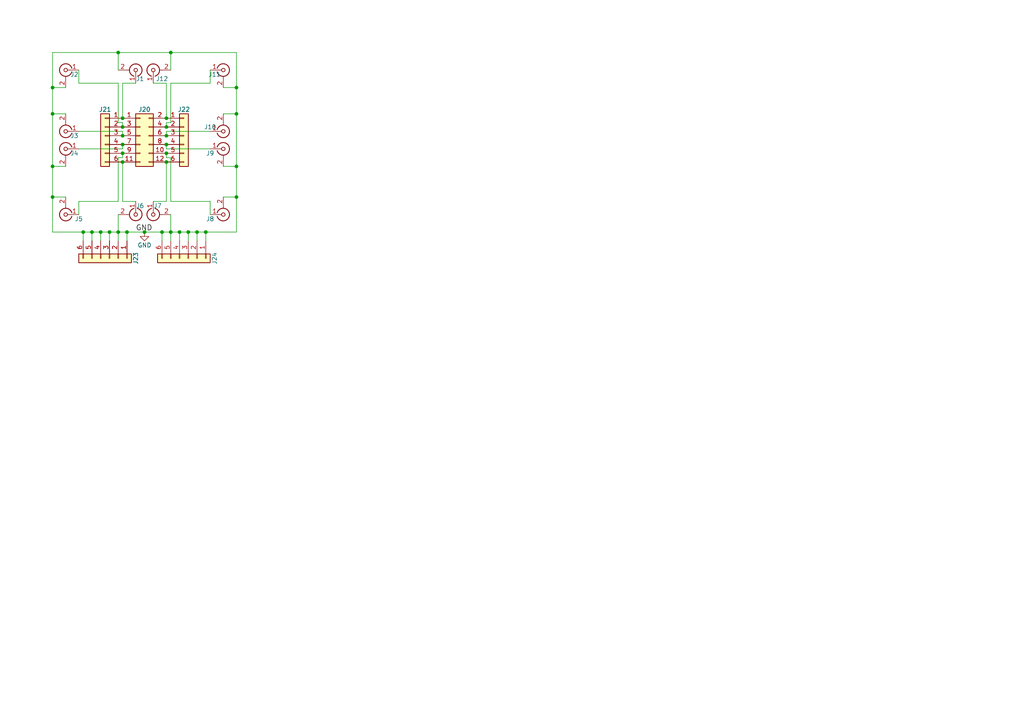
<source format=kicad_sch>
(kicad_sch (version 20230121) (generator eeschema)
  (paper "A4")
  (lib_symbols
    (symbol "50x50_2x6_to_sma-rescue:Conn_01x06" (pin_names (offset 1.016) hide)
      (property "Reference" "J" (at 0 7.62 0))
      (property "Value" "Conn_01x06" (at 0 -10.16 0))
      (symbol "Conn_01x06_1_1"
        (rectangle (start -1.27 -7.493) (end 0 -7.747) (stroke (width 0.1524)))
        (rectangle (start -1.27 -4.953) (end 0 -5.207) (stroke (width 0.1524)))
        (rectangle (start -1.27 -2.413) (end 0 -2.667) (stroke (width 0.1524)))
        (rectangle (start -1.27 0.127) (end 0 -0.127) (stroke (width 0.1524)))
        (rectangle (start -1.27 2.667) (end 0 2.413) (stroke (width 0.1524)))
        (rectangle (start -1.27 5.207) (end 0 4.953) (stroke (width 0.1524)))
        (rectangle (start -1.27 6.35) (end 1.27 -8.89) (stroke (width 0.254)) (fill (type background)))
        (pin passive line (at -5.08 5.08 0) (length 3.81) (name "Pin_1") (number "1"))
        (pin passive line (at -5.08 2.54 0) (length 3.81) (name "Pin_2") (number "2"))
        (pin passive line (at -5.08 0 0) (length 3.81) (name "Pin_3") (number "3"))
        (pin passive line (at -5.08 -2.54 0) (length 3.81) (name "Pin_4") (number "4"))
        (pin passive line (at -5.08 -5.08 0) (length 3.81) (name "Pin_5") (number "5"))
        (pin passive line (at -5.08 -7.62 0) (length 3.81) (name "Pin_6") (number "6"))
      )
    )
    (symbol "50x50_2x6_to_sma-rescue:Conn_02x06_Odd_Even" (pin_names (offset 1.016) hide)
      (property "Reference" "J" (at 1.27 7.62 0))
      (property "Value" "Conn_02x06_Odd_Even" (at 1.27 -10.16 0))
      (symbol "Conn_02x06_Odd_Even_1_1"
        (rectangle (start -1.27 -7.493) (end 0 -7.747) (stroke (width 0.1524)))
        (rectangle (start -1.27 -4.953) (end 0 -5.207) (stroke (width 0.1524)))
        (rectangle (start -1.27 -2.413) (end 0 -2.667) (stroke (width 0.1524)))
        (rectangle (start -1.27 0.127) (end 0 -0.127) (stroke (width 0.1524)))
        (rectangle (start -1.27 2.667) (end 0 2.413) (stroke (width 0.1524)))
        (rectangle (start -1.27 5.207) (end 0 4.953) (stroke (width 0.1524)))
        (rectangle (start -1.27 6.35) (end 3.81 -8.89) (stroke (width 0.254)) (fill (type background)))
        (rectangle (start 3.81 -7.493) (end 2.54 -7.747) (stroke (width 0.1524)))
        (rectangle (start 3.81 -4.953) (end 2.54 -5.207) (stroke (width 0.1524)))
        (rectangle (start 3.81 -2.413) (end 2.54 -2.667) (stroke (width 0.1524)))
        (rectangle (start 3.81 0.127) (end 2.54 -0.127) (stroke (width 0.1524)))
        (rectangle (start 3.81 2.667) (end 2.54 2.413) (stroke (width 0.1524)))
        (rectangle (start 3.81 5.207) (end 2.54 4.953) (stroke (width 0.1524)))
        (pin passive line (at -5.08 5.08 0) (length 3.81) (name "Pin_1") (number "1"))
        (pin passive line (at 7.62 -5.08 180) (length 3.81) (name "Pin_10") (number "10"))
        (pin passive line (at -5.08 -7.62 0) (length 3.81) (name "Pin_11") (number "11"))
        (pin passive line (at 7.62 -7.62 180) (length 3.81) (name "Pin_12") (number "12"))
        (pin passive line (at 7.62 5.08 180) (length 3.81) (name "Pin_2") (number "2"))
        (pin passive line (at -5.08 2.54 0) (length 3.81) (name "Pin_3") (number "3"))
        (pin passive line (at 7.62 2.54 180) (length 3.81) (name "Pin_4") (number "4"))
        (pin passive line (at -5.08 0 0) (length 3.81) (name "Pin_5") (number "5"))
        (pin passive line (at 7.62 0 180) (length 3.81) (name "Pin_6") (number "6"))
        (pin passive line (at -5.08 -2.54 0) (length 3.81) (name "Pin_7") (number "7"))
        (pin passive line (at 7.62 -2.54 180) (length 3.81) (name "Pin_8") (number "8"))
        (pin passive line (at -5.08 -5.08 0) (length 3.81) (name "Pin_9") (number "9"))
      )
    )
    (symbol "50x50_2x6_to_sma-rescue:Conn_Coaxial" (pin_names (offset 1.016) hide)
      (property "Reference" "J" (at 0.254 3.048 0))
      (property "Value" "Conn_Coaxial" (at 2.921 0 90))
      (symbol "Conn_Coaxial_0_1"
        (arc (start -1.778 -0.508) (mid 0.2311 -1.8066) (end 1.778 0) (stroke (width 0.254)))
        (polyline (pts (xy -1.27 0) (xy -0.508 0)))
        (polyline (pts (xy 0 -2.54) (xy 0 -1.778)))
        (circle (center 0 0) (radius 0.508) (stroke (width 0.2032)))
        (arc (start 1.778 0) (mid 0.2099 1.8101) (end -1.778 0.508) (stroke (width 0.254)))
      )
      (symbol "Conn_Coaxial_1_1"
        (pin passive line (at -3.81 0 0) (length 2.54) (name "In") (number "1"))
        (pin passive line (at 0 -5.08 90) (length 2.54) (name "Ext") (number "2"))
      )
    )
    (symbol "50x50_2x6_to_sma-rescue:GND" (power) (pin_names (offset 0))
      (property "Value" "GND" (at 0 -3.81 0))
      (symbol "GND_0_1"
        (polyline (pts (xy 0 0) (xy 0 -1.27) (xy 1.27 -1.27) (xy 0 -2.54) (xy -1.27 -1.27) (xy 0 -1.27)))
      )
      (symbol "GND_1_1"
        (pin power_in line (at 0 0 270) (length 0) hide (name "GND") (number "1"))
      )
    )
  )
  (junction (at 15.24 48.26))
  (junction (at 29.21 67.31))
  (junction (at 35.56 44.45))
  (junction (at 26.67 67.31))
  (junction (at 68.58 57.15))
  (junction (at 31.75 67.31))
  (junction (at 35.56 39.37))
  (junction (at 15.24 25.4))
  (junction (at 68.58 33.02))
  (junction (at 35.56 46.99))
  (junction (at 34.29 15.24))
  (junction (at 59.69 67.31))
  (junction (at 15.24 57.15))
  (junction (at 48.26 44.45))
  (junction (at 48.26 34.29))
  (junction (at 46.99 67.31))
  (junction (at 52.07 67.31))
  (junction (at 24.13 67.31))
  (junction (at 35.56 36.83))
  (junction (at 68.58 25.4))
  (junction (at 49.53 15.24))
  (junction (at 35.56 41.91))
  (junction (at 54.61 67.31))
  (junction (at 48.26 46.99))
  (junction (at 48.26 36.83))
  (junction (at 36.83 67.31))
  (junction (at 15.24 33.02))
  (junction (at 35.56 34.29))
  (junction (at 41.91 67.31))
  (junction (at 48.26 41.91))
  (junction (at 34.29 67.31))
  (junction (at 48.26 39.37))
  (junction (at 68.58 48.26))
  (junction (at 49.53 67.31))
  (junction (at 57.15 67.31))
  (wire (pts (xy 34.29 20.32) (xy 34.29 15.24)))
  (wire (pts (xy 48.26 45.72) (xy 48.26 44.45)))
  (wire (pts (xy 36.83 69.85) (xy 36.83 67.31)))
  (wire (pts (xy 31.75 69.85) (xy 31.75 67.31)))
  (wire (pts (xy 48.26 35.56) (xy 48.26 36.83)))
  (wire (pts (xy 34.29 67.31) (xy 36.83 67.31)))
  (wire (pts (xy 60.96 43.18) (xy 48.26 43.18)))
  (wire (pts (xy 48.26 38.1) (xy 48.26 39.37)))
  (wire (pts (xy 49.53 67.31) (xy 52.07 67.31)))
  (wire (pts (xy 54.61 69.85) (xy 54.61 67.31)))
  (wire (pts (xy 48.26 58.42) (xy 44.45 58.42)))
  (wire (pts (xy 60.96 24.13) (xy 49.53 24.13)))
  (wire (pts (xy 22.86 58.42) (xy 34.29 58.42)))
  (wire (pts (xy 34.29 45.72) (xy 35.56 45.72)))
  (wire (pts (xy 48.26 24.13) (xy 48.26 34.29)))
  (wire (pts (xy 22.86 38.1) (xy 35.56 38.1)))
  (wire (pts (xy 68.58 33.02) (xy 68.58 25.4)))
  (wire (pts (xy 68.58 15.24) (xy 49.53 15.24)))
  (wire (pts (xy 59.69 69.85) (xy 59.69 67.31)))
  (wire (pts (xy 49.53 15.24) (xy 34.29 15.24)))
  (wire (pts (xy 49.53 35.56) (xy 48.26 35.56)))
  (wire (pts (xy 59.69 67.31) (xy 68.58 67.31)))
  (wire (pts (xy 68.58 25.4) (xy 68.58 15.24)))
  (wire (pts (xy 39.37 58.42) (xy 35.56 58.42)))
  (wire (pts (xy 60.96 38.1) (xy 48.26 38.1)))
  (wire (pts (xy 34.29 58.42) (xy 34.29 45.72)))
  (wire (pts (xy 48.26 46.99) (xy 48.26 58.42)))
  (wire (pts (xy 52.07 69.85) (xy 52.07 67.31)))
  (wire (pts (xy 15.24 57.15) (xy 15.24 67.31)))
  (wire (pts (xy 36.83 67.31) (xy 41.91 67.31)))
  (wire (pts (xy 19.05 48.26) (xy 15.24 48.26)))
  (wire (pts (xy 26.67 69.85) (xy 26.67 67.31)))
  (wire (pts (xy 19.05 25.4) (xy 15.24 25.4)))
  (wire (pts (xy 15.24 33.02) (xy 15.24 48.26)))
  (wire (pts (xy 34.29 62.23) (xy 34.29 67.31)))
  (wire (pts (xy 44.45 24.13) (xy 48.26 24.13)))
  (wire (pts (xy 68.58 57.15) (xy 68.58 48.26)))
  (wire (pts (xy 35.56 35.56) (xy 35.56 36.83)))
  (wire (pts (xy 35.56 38.1) (xy 35.56 39.37)))
  (wire (pts (xy 54.61 67.31) (xy 57.15 67.31)))
  (wire (pts (xy 26.67 67.31) (xy 29.21 67.31)))
  (wire (pts (xy 64.77 25.4) (xy 68.58 25.4)))
  (wire (pts (xy 49.53 62.23) (xy 49.53 67.31)))
  (wire (pts (xy 49.53 20.32) (xy 49.53 15.24)))
  (wire (pts (xy 19.05 33.02) (xy 15.24 33.02)))
  (wire (pts (xy 68.58 48.26) (xy 68.58 33.02)))
  (wire (pts (xy 60.96 58.42) (xy 60.96 62.23)))
  (wire (pts (xy 35.56 24.13) (xy 35.56 34.29)))
  (wire (pts (xy 49.53 67.31) (xy 49.53 69.85)))
  (wire (pts (xy 29.21 67.31) (xy 31.75 67.31)))
  (wire (pts (xy 49.53 58.42) (xy 49.53 45.72)))
  (wire (pts (xy 39.37 24.13) (xy 35.56 24.13)))
  (wire (pts (xy 60.96 20.32) (xy 60.96 24.13)))
  (wire (pts (xy 22.86 62.23) (xy 22.86 58.42)))
  (wire (pts (xy 19.05 57.15) (xy 15.24 57.15)))
  (wire (pts (xy 22.86 24.13) (xy 34.29 24.13)))
  (wire (pts (xy 64.77 57.15) (xy 68.58 57.15)))
  (wire (pts (xy 34.29 67.31) (xy 34.29 69.85)))
  (wire (pts (xy 52.07 67.31) (xy 54.61 67.31)))
  (wire (pts (xy 57.15 67.31) (xy 59.69 67.31)))
  (wire (pts (xy 35.56 45.72) (xy 35.56 44.45)))
  (wire (pts (xy 57.15 69.85) (xy 57.15 67.31)))
  (wire (pts (xy 34.29 24.13) (xy 34.29 35.56)))
  (wire (pts (xy 64.77 48.26) (xy 68.58 48.26)))
  (wire (pts (xy 64.77 33.02) (xy 68.58 33.02)))
  (wire (pts (xy 34.29 35.56) (xy 35.56 35.56)))
  (wire (pts (xy 29.21 69.85) (xy 29.21 67.31)))
  (wire (pts (xy 46.99 67.31) (xy 49.53 67.31)))
  (wire (pts (xy 24.13 67.31) (xy 26.67 67.31)))
  (wire (pts (xy 34.29 15.24) (xy 15.24 15.24)))
  (wire (pts (xy 31.75 67.31) (xy 34.29 67.31)))
  (wire (pts (xy 35.56 58.42) (xy 35.56 46.99)))
  (wire (pts (xy 68.58 67.31) (xy 68.58 57.15)))
  (wire (pts (xy 15.24 67.31) (xy 24.13 67.31)))
  (wire (pts (xy 24.13 69.85) (xy 24.13 67.31)))
  (wire (pts (xy 22.86 20.32) (xy 22.86 24.13)))
  (wire (pts (xy 41.91 67.31) (xy 46.99 67.31)))
  (wire (pts (xy 46.99 69.85) (xy 46.99 67.31)))
  (wire (pts (xy 35.56 43.18) (xy 35.56 41.91)))
  (wire (pts (xy 48.26 43.18) (xy 48.26 41.91)))
  (wire (pts (xy 49.53 45.72) (xy 48.26 45.72)))
  (wire (pts (xy 49.53 58.42) (xy 60.96 58.42)))
  (wire (pts (xy 49.53 24.13) (xy 49.53 35.56)))
  (wire (pts (xy 15.24 48.26) (xy 15.24 57.15)))
  (wire (pts (xy 15.24 25.4) (xy 15.24 33.02)))
  (wire (pts (xy 15.24 15.24) (xy 15.24 25.4)))
  (wire (pts (xy 22.86 43.18) (xy 35.56 43.18)))
  (label "GND" (at 39.37 67.31 0) (effects (font (size 1.524 1.524))))
  (symbol (lib_id "50x50_2x6_to_sma-rescue:Conn_02x06_Odd_Even") (at 40.64 39.37 0) (unit 1)
    (property "Reference" "J20" (at 41.91 31.75 0))
    (property "Value" "Conn_02x06_Counter_Clockwise" (effects hide))
    (property "Footprint" "Pin_Headers:Pin_Header_Straight_2x06_Pitch2.54mm" (effects hide))
  )
  (symbol (lib_id "50x50_2x6_to_sma-rescue:Conn_01x06") (at 30.48 39.37 0) (mirror y) (unit 1)
    (property "Reference" "J21" (at 30.48 31.75 0))
    (property "Value" "Conn_01x06" (effects hide))
    (property "Footprint" "Pin_Headers:Pin_Header_Straight_1x06_Pitch2.54mm" (effects hide))
  )
  (symbol (lib_id "50x50_2x6_to_sma-rescue:Conn_01x06") (at 53.34 39.37 0) (unit 1)
    (property "Reference" "J22" (at 53.34 31.75 0))
    (property "Value" "Conn_01x06" (effects hide))
    (property "Footprint" "Pin_Headers:Pin_Header_Straight_1x06_Pitch2.54mm" (effects hide))
  )
  (symbol (lib_id "50x50_2x6_to_sma-rescue:Conn_Coaxial") (at 19.05 20.32 0) (mirror y) (unit 1)
    (property "Reference" "J2" (at 21.59 21.59 0))
    (property "Value" "Conn_Coaxial" (effects hide))
    (property "Footprint" "Connectors:SMA_Board_Edge" (effects hide))
  )
  (symbol (lib_id "50x50_2x6_to_sma-rescue:Conn_Coaxial") (at 64.77 20.32 0) (unit 1)
    (property "Reference" "J11" (at 62.23 21.59 0))
    (property "Value" "Conn_Coaxial" (effects hide))
    (property "Footprint" "Connectors:SMA_Board_Edge" (effects hide))
  )
  (symbol (lib_id "50x50_2x6_to_sma-rescue:Conn_Coaxial") (at 64.77 62.23 0) (mirror x) (unit 1)
    (property "Reference" "J8" (at 60.96 63.5 0))
    (property "Value" "Conn_Coaxial" (effects hide))
    (property "Footprint" "Connectors:SMA_Board_Edge" (effects hide))
  )
  (symbol (lib_id "50x50_2x6_to_sma-rescue:Conn_Coaxial") (at 19.05 62.23 180) (unit 1)
    (property "Reference" "J5" (at 22.86 63.5 0))
    (property "Value" "Conn_Coaxial" (effects hide))
    (property "Footprint" "Connectors:SMA_Board_Edge" (effects hide))
  )
  (symbol (lib_id "50x50_2x6_to_sma-rescue:Conn_01x06") (at 31.75 74.93 270) (unit 1)
    (property "Reference" "J23" (at 39.37 74.93 0))
    (property "Value" "Conn_01x06" (effects hide))
    (property "Footprint" "2.54mm_Pin_Headers:Edge_1x06" (effects hide))
  )
  (symbol (lib_id "50x50_2x6_to_sma-rescue:GND") (at 41.91 67.31 0) (unit 1)
    (property "Reference" "#PWR01" (effects hide))
    (property "Value" "GND" (at 41.91 71.12 0))
  )
  (symbol (lib_id "50x50_2x6_to_sma-rescue:Conn_01x06") (at 54.61 74.93 270) (unit 1)
    (property "Reference" "J24" (at 62.23 74.93 0))
    (property "Value" "Conn_01x06" (effects hide))
    (property "Footprint" "2.54mm_Pin_Headers:Edge_1x06" (effects hide))
  )
  (symbol (lib_id "50x50_2x6_to_sma-rescue:Conn_Coaxial") (at 39.37 62.23 270) (unit 1)
    (property "Reference" "J6" (at 40.64 59.69 90))
    (property "Value" "Conn_Coaxial" (effects hide))
    (property "Footprint" "Connectors:SMA_Board_Edge" (effects hide))
  )
  (symbol (lib_id "50x50_2x6_to_sma-rescue:Conn_Coaxial") (at 44.45 62.23 90) (mirror x) (unit 1)
    (property "Reference" "J7" (at 45.72 59.69 90))
    (property "Value" "Conn_Coaxial" (effects hide))
    (property "Footprint" "Connectors:SMA_Board_Edge" (effects hide))
  )
  (symbol (lib_id "50x50_2x6_to_sma-rescue:Conn_Coaxial") (at 19.05 38.1 180) (unit 1)
    (property "Reference" "J3" (at 21.59 39.37 0))
    (property "Value" "Conn_Coaxial" (effects hide))
    (property "Footprint" "Connectors:SMA_Board_Edge" (effects hide))
  )
  (symbol (lib_id "50x50_2x6_to_sma-rescue:Conn_Coaxial") (at 19.05 43.18 0) (mirror y) (unit 1)
    (property "Reference" "J4" (at 21.59 44.45 0))
    (property "Value" "Conn_Coaxial" (effects hide))
    (property "Footprint" "Connectors:SMA_Board_Edge" (effects hide))
  )
  (symbol (lib_id "50x50_2x6_to_sma-rescue:Conn_Coaxial") (at 64.77 43.18 0) (unit 1)
    (property "Reference" "J9" (at 60.96 44.45 0))
    (property "Value" "Conn_Coaxial" (effects hide))
    (property "Footprint" "Connectors:SMA_Board_Edge" (effects hide))
  )
  (symbol (lib_id "50x50_2x6_to_sma-rescue:Conn_Coaxial") (at 64.77 38.1 0) (mirror x) (unit 1)
    (property "Reference" "J10" (at 60.96 36.83 0))
    (property "Value" "Conn_Coaxial" (effects hide))
    (property "Footprint" "Connectors:SMA_Board_Edge" (effects hide))
  )
  (symbol (lib_id "50x50_2x6_to_sma-rescue:Conn_Coaxial") (at 44.45 20.32 90) (unit 1)
    (property "Reference" "J12" (at 46.99 22.86 90))
    (property "Value" "Conn_Coaxial" (effects hide))
    (property "Footprint" "Connectors:SMA_Board_Edge" (effects hide))
  )
  (symbol (lib_id "50x50_2x6_to_sma-rescue:Conn_Coaxial") (at 39.37 20.32 270) (mirror x) (unit 1)
    (property "Reference" "J1" (at 40.64 22.86 90))
    (property "Value" "Conn_Coaxial" (effects hide))
    (property "Footprint" "Connectors:SMA_Board_Edge" (effects hide))
  )
)
</source>
